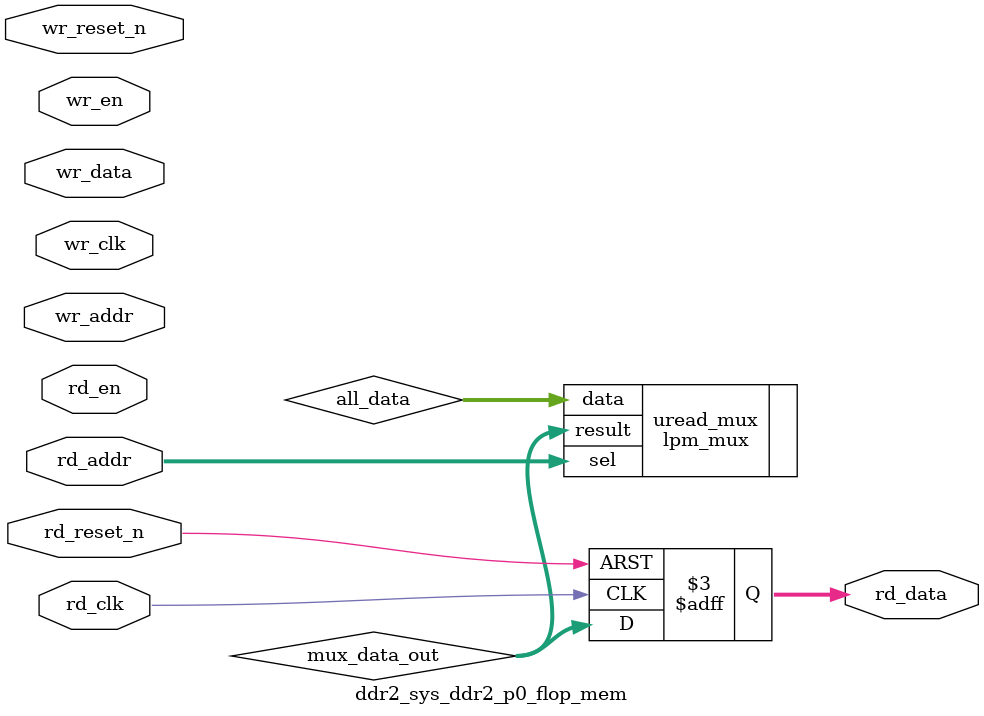
<source format=v>



`timescale 1 ps / 1 ps

(* altera_attribute = "-name ALLOW_SYNCH_CTRL_USAGE ON;-name AUTO_CLOCK_ENABLE_RECOGNITION ON" *)
module ddr2_sys_ddr2_p0_flop_mem(
	wr_reset_n,
	wr_clk,
	wr_en,
	wr_addr,
	wr_data,
	rd_reset_n,
	rd_clk,
	rd_en,
	rd_addr,
	rd_data
);

parameter WRITE_MEM_DEPTH	= "";
parameter WRITE_ADDR_WIDTH	= "";
parameter WRITE_DATA_WIDTH	= "";
parameter READ_MEM_DEPTH	= "";
parameter READ_ADDR_WIDTH	= "";		 
parameter READ_DATA_WIDTH	= "";


input	wr_reset_n;
input	wr_clk;
input	wr_en;
input	[WRITE_ADDR_WIDTH-1:0] wr_addr;
input	[WRITE_DATA_WIDTH-1:0] wr_data;
input	rd_reset_n;
input	rd_clk;
input	rd_en;
input	[READ_ADDR_WIDTH-1:0] rd_addr;
output	[READ_DATA_WIDTH-1:0] rd_data;



wire	[WRITE_DATA_WIDTH*WRITE_MEM_DEPTH-1:0] all_data;
wire	[READ_DATA_WIDTH-1:0] mux_data_out;



// declare a memory with WRITE_MEM_DEPTH entries
// each entry contains a data size of WRITE_DATA_WIDTH
reg	[WRITE_DATA_WIDTH-1:0] data_stored [0:WRITE_MEM_DEPTH-1] /* synthesis syn_preserve = 1 */;
reg	[READ_DATA_WIDTH-1:0] rd_data;

generate
genvar entry;
	for (entry=0; entry < WRITE_MEM_DEPTH; entry=entry+1)
	begin: mem_location
		assign all_data[(WRITE_DATA_WIDTH*(entry+1)-1) : (WRITE_DATA_WIDTH*entry)] = data_stored[entry]; 
		
		always @(posedge wr_clk or negedge wr_reset_n)
		begin
			if (~wr_reset_n) begin
				data_stored[entry] <= {WRITE_DATA_WIDTH{1'b0}};
			end else begin
				if (wr_en) begin
					if (entry == wr_addr) begin
						data_stored[entry] <= wr_data;
					end
				end
			end
		end		
	end
endgenerate

// mux to select the correct output data based on read address
lpm_mux	uread_mux(
	.sel (rd_addr),
	.data (all_data),
	.result (mux_data_out)
	// synopsys translate_off
	,
	.aclr (),
	.clken (),
	.clock ()
	// synopsys translate_on
	);
 defparam uread_mux.lpm_size = READ_MEM_DEPTH;
 defparam uread_mux.lpm_type = "LPM_MUX";
 defparam uread_mux.lpm_width = READ_DATA_WIDTH;
 defparam uread_mux.lpm_widths = READ_ADDR_WIDTH;

always @(posedge rd_clk or negedge rd_reset_n)	
begin
	if (~rd_reset_n) begin
		rd_data <= {READ_DATA_WIDTH{1'b0}};
	end else begin
		rd_data <= mux_data_out;
	end
end

endmodule

</source>
